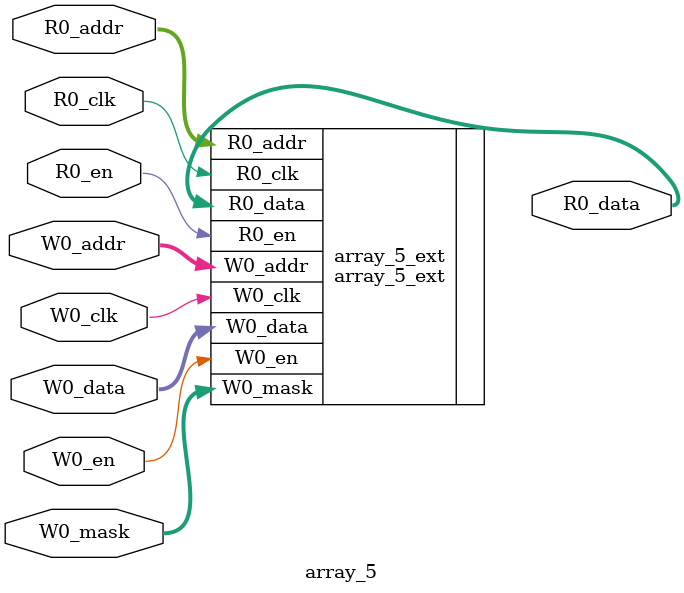
<source format=sv>
`ifndef RANDOMIZE
  `ifdef RANDOMIZE_MEM_INIT
    `define RANDOMIZE
  `endif // RANDOMIZE_MEM_INIT
`endif // not def RANDOMIZE
`ifndef RANDOMIZE
  `ifdef RANDOMIZE_REG_INIT
    `define RANDOMIZE
  `endif // RANDOMIZE_REG_INIT
`endif // not def RANDOMIZE

`ifndef RANDOM
  `define RANDOM $random
`endif // not def RANDOM

// Users can define INIT_RANDOM as general code that gets injected into the
// initializer block for modules with registers.
`ifndef INIT_RANDOM
  `define INIT_RANDOM
`endif // not def INIT_RANDOM

// If using random initialization, you can also define RANDOMIZE_DELAY to
// customize the delay used, otherwise 0.002 is used.
`ifndef RANDOMIZE_DELAY
  `define RANDOMIZE_DELAY 0.002
`endif // not def RANDOMIZE_DELAY

// Define INIT_RANDOM_PROLOG_ for use in our modules below.
`ifndef INIT_RANDOM_PROLOG_
  `ifdef RANDOMIZE
    `ifdef VERILATOR
      `define INIT_RANDOM_PROLOG_ `INIT_RANDOM
    `else  // VERILATOR
      `define INIT_RANDOM_PROLOG_ `INIT_RANDOM #`RANDOMIZE_DELAY begin end
    `endif // VERILATOR
  `else  // RANDOMIZE
    `define INIT_RANDOM_PROLOG_
  `endif // RANDOMIZE
`endif // not def INIT_RANDOM_PROLOG_

// Include register initializers in init blocks unless synthesis is set
`ifndef SYNTHESIS
  `ifndef ENABLE_INITIAL_REG_
    `define ENABLE_INITIAL_REG_
  `endif // not def ENABLE_INITIAL_REG_
`endif // not def SYNTHESIS

// Include rmemory initializers in init blocks unless synthesis is set
`ifndef SYNTHESIS
  `ifndef ENABLE_INITIAL_MEM_
    `define ENABLE_INITIAL_MEM_
  `endif // not def ENABLE_INITIAL_MEM_
`endif // not def SYNTHESIS

module array_5(
  input  [5:0]  R0_addr,
  input         R0_en,
  input         R0_clk,
  output [23:0] R0_data,
  input  [5:0]  W0_addr,
  input         W0_en,
  input         W0_clk,
  input  [23:0] W0_data,
  input  [3:0]  W0_mask
);

  array_5_ext array_5_ext (
    .R0_addr (R0_addr),
    .R0_en   (R0_en),
    .R0_clk  (R0_clk),
    .R0_data (R0_data),
    .W0_addr (W0_addr),
    .W0_en   (W0_en),
    .W0_clk  (W0_clk),
    .W0_data (W0_data),
    .W0_mask (W0_mask)
  );
endmodule


</source>
